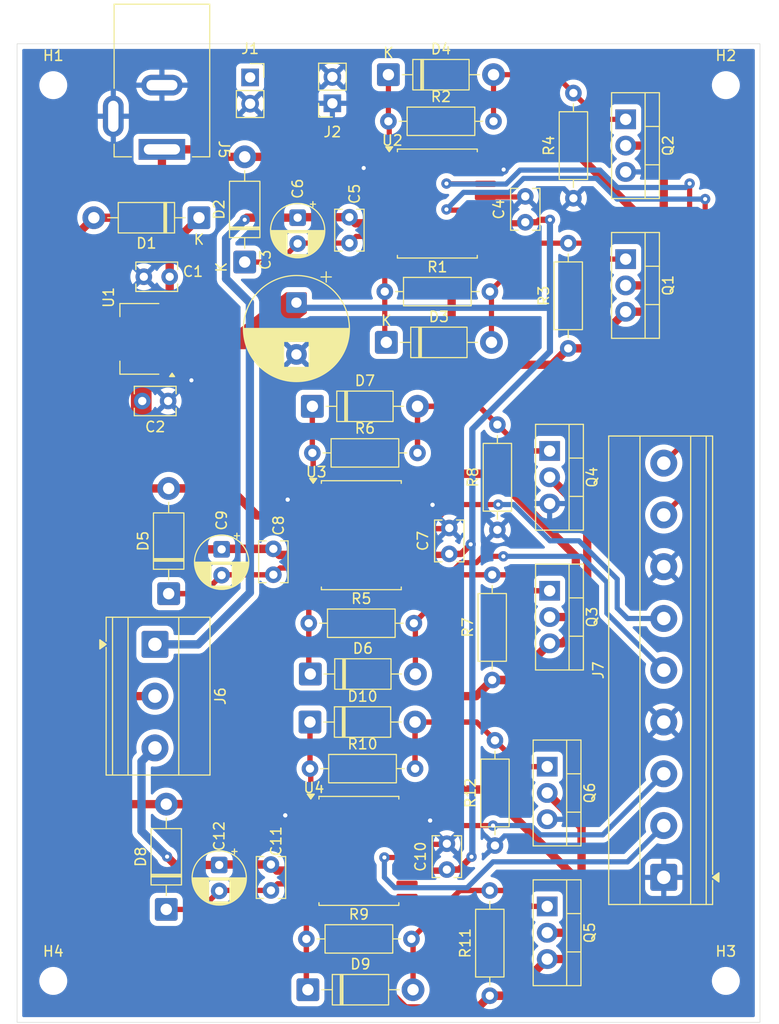
<source format=kicad_pcb>
(kicad_pcb (version 20241229) (generator "pcbnew") (generator_version "9.0")
  (layers (0 "F.Cu" signal) (2 "B.Cu" signal) (13 "F.Paste" user) (15 "B.Paste" user) (5 "F.SilkS" user "F.Silkscreen") (7 "B.SilkS" user "B.Silkscreen") (1 "F.Mask" user) (3 "B.Mask" user) (25 "Edge.Cuts" user))
  (net 0 "")
  (net 1 "Net-(D1-K)")
  (net 2 "GND")
  (net 3 "+3.3V")
  (net 4 "/Phase1/OUT1")
  (net 5 "Net-(D2-K)")
  (net 6 "Net-(D5-K)")
  (net 7 "/Phase2/OUT1")
  (net 8 "/Phase3/OUT1")
  (net 9 "Net-(D8-K)")
  (net 10 "+12V")
  (net 11 "Net-(D3-K)")
  (net 12 "Net-(D3-A)")
  (net 13 "Net-(D4-K)")
  (net 14 "Net-(D4-A)")
  (net 15 "Net-(D6-A)")
  (net 16 "Net-(D6-K)")
  (net 17 "Net-(D7-K)")
  (net 18 "Net-(D7-A)")
  (net 19 "Net-(D9-A)")
  (net 20 "Net-(D9-K)")
  (net 21 "Net-(D10-A)")
  (net 22 "Net-(D10-K)")
  (net 23 "/Phase1/LIN1")
  (net 24 "/Phase2/HIN1")
  (net 25 "/Phase3/LIN1")
  (net 26 "/Phase2/LIN1")
  (net 27 "/Phase1/HIN1")
  (net 28 "/Phase3/HIN1")
  (footprint "Diode_THT:D_DO-41_SOD81_P10.16mm_Horizontal" (layer "F.Cu") (at 137.4875 76.1875)
    (property "Reference" "D3")
    (property "Value" "1N4007")
  )
  (footprint "Capacitor_THT:CP_Radial_D10.0mm_P5.00mm" (layer "F.Cu") (at 128.8 72.35 -90)
    (property "Reference" "C3")
    (property "Value" "100uF")
  )
  (footprint "Capacitor_THT:CP_Radial_D5.0mm_P2.50mm" (layer "F.Cu") (at 121.57 96.169888 -90)
    (property "Reference" "C9")
    (property "Value" "22uF")
  )
  (footprint "Diode_THT:D_DO-41_SOD81_P10.16mm_Horizontal" (layer "F.Cu") (at 130.1075 112.85)
    (property "Reference" "D10")
    (property "Value" "1N4007")
  )
  (footprint "Capacitor_THT:C_Disc_D3.8mm_W2.6mm_P2.50mm" (layer "F.Cu") (at 143.57 96.6125 90)
    (property "Reference" "C7")
    (property "Value" "100nF")
  )
  (footprint "Capacitor_THT:C_Disc_D3.8mm_W2.6mm_P2.50mm" (layer "F.Cu") (at 143.3375 127.1 90)
    (property "Reference" "C10")
    (property "Value" "100nF")
  )
  (footprint "Diode_THT:D_DO-41_SOD81_P10.16mm_Horizontal" (layer "F.Cu") (at 129.9075 138.7)
    (property "Reference" "D9")
    (property "Value" "1N4007")
  )
  (footprint "Capacitor_THT:C_Disc_D3.8mm_W2.6mm_P2.50mm" (layer "F.Cu") (at 126.3375 126.6125 -90)
    (property "Reference" "C11")
    (property "Value" "100nF")
  )
  (footprint "Capacitor_THT:C_Disc_D3.8mm_W2.6mm_P2.50mm" (layer "F.Cu") (at 116.55 69.85 180)
    (property "Reference" "C1")
    (property "Value" "100nF")
  )
  (footprint "Resistor_THT:R_Axial_DIN0207_L6.3mm_D2.5mm_P10.16mm_Horizontal" (layer "F.Cu") (at 155.5675 62.2675 90)
    (property "Reference" "R4")
    (property "Value" "1K")
  )
  (footprint "Capacitor_THT:CP_Radial_D5.0mm_P2.50mm" (layer "F.Cu") (at 128.9175 64.144888 -90)
    (property "Reference" "C6")
    (property "Value" "22uF")
  )
  (footprint "Capacitor_THT:C_Disc_D3.8mm_W2.6mm_P2.50mm" (layer "F.Cu") (at 126.57 96.125 -90)
    (property "Reference" "C8")
    (property "Value" "100nF")
  )
  (footprint "Diode_THT:D_DO-41_SOD81_P10.16mm_Horizontal" (layer "F.Cu") (at 137.6875 50.3375)
    (property "Reference" "D4")
    (property "Value" "1N4007")
  )
  (footprint "Resistor_THT:R_Axial_DIN0207_L6.3mm_D2.5mm_P10.16mm_Horizontal" (layer "F.Cu") (at 147.72 108.7925 90)
    (property "Reference" "R7")
    (property "Value" "1K")
  )
  (footprint "TerminalBlock_Phoenix:TerminalBlock_Phoenix_MKDS-1,5-3_1x03_P5.00mm_Horizontal" (layer "F.Cu") (at 115.1275 105.35 -90)
    (property "Reference" "J6")
    (property "Value" "Screw_Terminal_01x03")
  )
  (footprint "MountingHole:MountingHole_2.2mm_M2_DIN965" (layer "F.Cu") (at 105.3 137.85)
    (property "Reference" "H4")
    (property "Value" "MountingHole")
  )
  (footprint "Capacitor_THT:C_Disc_D3.8mm_W2.6mm_P2.50mm" (layer "F.Cu") (at 150.9175 64.5875 90)
    (property "Reference" "C4")
    (property "Value" "100nF")
  )
  (footprint "MountingHole:MountingHole_2.2mm_M2_DIN965" (layer "F.Cu") (at 170.3 137.85)
    (property "Reference" "H3")
    (property "Value" "MountingHole")
  )
  (footprint "Diode_THT:D_DO-41_SOD81_P10.16mm_Horizontal" (layer "F.Cu") (at 123.8 68.43 90)
    (property "Reference" "D2")
    (property "Value" "1N4007")
  )
  (footprint "Resistor_THT:R_Axial_DIN0207_L6.3mm_D2.5mm_P10.16mm_Horizontal" (layer "F.Cu") (at 137.6875 54.8375)
    (property "Reference" "R2")
    (property "Value" "10")
  )
  (footprint "Diode_THT:D_DO-41_SOD81_P10.16mm_Horizontal" (layer "F.Cu") (at 119.38 64.15 180)
    (property "Reference" "D1")
    (property "Value" "1N4007")
  )
  (footprint "Resistor_THT:R_Axial_DIN0207_L6.3mm_D2.5mm_P10.16mm_Horizontal" (layer "F.Cu") (at 129.7575 133.795)
    (property "Reference" "R9")
    (property "Value" "10")
  )
  (footprint "Resistor_THT:R_Axial_DIN0207_L6.3mm_D2.5mm_P10.16mm_Horizontal" (layer "F.Cu") (at 130.34 86.8625)
    (property "Reference" "R6")
    (property "Value" "10")
  )
  (footprint "Diode_THT:D_DO-41_SOD81_P10.16mm_Horizontal" (layer "F.Cu") (at 116.22 130.9425 90)
    (property "Reference" "D8")
    (property "Value" "1N4007")
  )
  (footprint "Connector_PinSocket_2.54mm:PinSocket_1x02_P2.54mm_Vertical" (layer "F.Cu") (at 132.275 53.1 180)
    (property "Reference" "J2")
    (property "Value" "Conn_01x02_Pin")
  )
  (footprint "Package_TO_SOT_SMD:SOT-223-3_TabPin2" (layer "F.Cu") (at 113.65 75.85 180)
    (property "Reference" "U1")
    (property "Value" "AMS1117-3.3")
  )
  (footprint "Package_TO_SOT_THT:TO-220-3_Vertical" (layer "F.Cu") (at 160.6175 68.1475 -90)
    (property "Reference" "Q1")
    (property "Value" "IRF540N")
  )
  (footprint "Diode_THT:D_DO-41_SOD81_P10.16mm_Horizontal" (layer "F.Cu") (at 130.14 108.2125)
    (property "Reference" "D6")
    (property "Value" "1N4007")
  )
  (footprint "Capacitor_THT:C_Disc_D3.8mm_W2.6mm_P2.50mm" (layer "F.Cu") (at 113.9 81.85)
    (property "Reference" "C2")
    (property "Value" "100nF")
  )
  (footprint "Package_SO:SOIC-16W_7.5x10.3mm_P1.27mm" (layer "F.Cu") (at 134.8375 125.295)
    (property "Reference" "U4")
    (property "Value" "IR2110S")
  )
  (footprint "Package_SO:SOIC-16W_7.5x10.3mm_P1.27mm" (layer "F.Cu") (at 135.07 94.8075)
    (property "Reference" "U3")
    (property "Value" "IR2110S")
  )
  (footprint "MountingHole:MountingHole_2.2mm_M2_DIN965" (layer "F.Cu") (at 170.3 51.35)
    (property "Reference" "H2")
    (property "Value" "MountingHole")
  )
  (footprint "Resistor_THT:R_Axial_DIN0207_L6.3mm_D2.5mm_P10.16mm_Horizontal" (layer "F.Cu") (at 147.9875 124.78 90)
    (property "Reference" "R12")
    (property "Value" "1K")
  )
  (footprint "Resistor_THT:R_Axial_DIN0207_L6.3mm_D2.5mm_P10.16mm_Horizontal" (layer "F.Cu") (at 147.4875 139.28 90)
    (property "Reference" "R11")
    (property "Value" "1K")
  )
  (footprint "Package_TO_SOT_THT:TO-220-3_Vertical" (layer "F.Cu") (at 153.0375 130.66 -90)
    (property "Reference" "Q5")
    (property "Value" "IRF540N")
  )
  (footprint "Capacitor_THT:C_Disc_D3.8mm_W2.6mm_P2.50mm" (layer "F.Cu") (at 133.9175 64.1 -90)
    (property "Reference" "C5")
    (property "Value" "100nF")
  )
  (footprint "Resistor_THT:R_Axial_DIN0207_L6.3mm_D2.5mm_P10.16mm_Horizontal" (layer "F.Cu") (at 137.3375 71.2825)
    (property "Reference" "R1")
    (property "Value" "10")
  )
  (footprint "Package_TO_SOT_THT:TO-220-3_Vertical" (layer "F.Cu") (at 153.0375 117.16 -90)
    (property "Reference" "Q6")
    (property "Value" "IRF540N")
  )
  (footprint "Capacitor_THT:CP_Radial_D5.0mm_P2.50mm" (layer "F.Cu") (at 121.3375 126.657388 -90)
    (property "Reference" "C12")
    (property "Value" "22uF")
  )
  (footprint "Resistor_THT:R_Axial_DIN0207_L6.3mm_D2.5mm_P10.16mm_Horizontal" (layer "F.Cu") (at 130.1075 117.35)
    (property "Reference" "R10")
    (property "Value" "10")
  )
  (footprint "TerminalBlock_Phoenix:TerminalBlock_Phoenix_MKDS-1,5-9_1x09_P5.00mm_Horizontal" (layer "F.Cu") (at 164.3 127.85 90)
    (property "Reference" "J7")
    (property "Value" "Screw_Terminal_01x09")
  )
  (footprint "Diode_THT:D_DO-41_SOD81_P10.16mm_Horizontal" (layer "F.Cu") (at 130.34 82.3625)
    (property "Reference" "D7")
    (property "Value" "1N4007")
  )
  (footprint "MountingHole:MountingHole_2.2mm_M2_DIN965" (layer "F.Cu") (at 105.3 51.35)
    (property "Reference" "H1")
    (property "Value" "MountingHole")
  )
  (footprint "Connector_BarrelJack:BarrelJack_Kycon_KLDX-0202-xC_Horizontal" (layer "F.Cu") (at 115.8 57.55 -90)
    (property "Reference" "J5")
    (property "Value" "Barrel_Jack_Switch")
  )
  (footprint "Resistor_THT:R_Axial_DIN0207_L6.3mm_D2.5mm_P10.16mm_Horizontal" (layer "F.Cu") (at 155.0675 76.7675 90)
    (property "Reference" "R3")
    (property "Value" "1K")
  )
  (footprint "Resistor_THT:R_Axial_DIN0207_L6.3mm_D2.5mm_P10.16mm_Horizontal" (layer "F.Cu") (at 129.99 103.3075)
    (property "Reference" "R5")
    (property "Value" "10")
  )
  (footprint "Package_TO_SOT_THT:TO-220-3_Vertical" (layer "F.Cu") (at 153.27 86.6725 -90)
    (property "Reference" "Q4")
    (property "Value" "IRF540N")
  )
  (footprint "Diode_THT:D_DO-41_SOD81_P10.16mm_Horizontal" (layer "F.Cu") (at 116.4525 100.455 90)
    (property "Reference" "D5")
    (property "Value" "1N4007")
  )
  (footprint "Connector_PinSocket_2.54mm:PinSocket_1x02_P2.54mm_Vertical" (layer "F.Cu") (at 124.325 50.6)
    (property "Reference" "J1")
    (property "Value" "Conn_01x02_Pin")
  )
  (footprint "Package_TO_SOT_THT:TO-220-3_Vertical" (layer "F.Cu") (at 153.27 100.1725 -90)
    (property "Reference" "Q3")
    (property "Value" "IRF540N")
  )
  (footprint "Resistor_THT:R_Axial_DIN0207_L6.3mm_D2.5mm_P10.16mm_Horizontal" (layer "F.Cu") (at 148.22 94.2925 90)
    (property "Reference" "R8")
    (property "Value" "1K")
  )
  (footprint "Package_SO:SOIC-16W_7.5x10.3mm_P1.27mm" (layer "F.Cu") (at 142.4175 62.7825)
    (property "Reference" "U2")
    (property "Value" "IR2110S")
  )
  (footprint "Package_TO_SOT_THT:TO-220-3_Vertical" (layer "F.Cu") (at 160.6175 54.6475 -90)
    (property "Reference" "Q2")
    (property "Value" "IRF540N")
  )
  (gr_rect (start 101.8 47.35) (end 173.6 141.85) (stroke (width 0.05)) (fill no) (layer "Edge.Cuts"))
  (segment (start 116.55 73.3) (end 116.8 73.55) (width 0.8) (layer "F.Cu") (net 1))
  (segment (start 116.55 66.98) (end 116.55 69.85) (width 0.8) (layer "F.Cu") (net 1))
  (segment (start 116.55 69.85) (end 116.55 73.3) (width 0.8) (layer "F.Cu") (net 1))
  (segment (start 119.38 64.15) (end 116.55 66.98) (width 0.8) (layer "F.Cu") (net 1))
  (segment (start 139.72 91.6325) (end 141.71 91.6325) (width 0.5) (layer "F.Cu") (net 2))
  (segment (start 141.4775 122.12) (end 141.72 122.3625) (width 0.5) (layer "F.Cu") (net 2))
  (segment (start 139.4875 122.12) (end 141.4775 122.12) (width 0.5) (layer "F.Cu") (net 2))
  (segment (start 147.0675 62.1475) (end 150.8575 62.1475) (width 0.5) (layer "F.Cu") (net 2))
  (segment (start 139.4875 122.12) (end 141.4775 122.12) (width 0.5) (layer "F.Cu") (net 2))
  (segment (start 130.1875 122.12) (end 127.9775 122.12) (width 0.5) (layer "F.Cu") (net 2))
  (segment (start 141.71 91.6325) (end 141.9525 91.875) (width 0.5) (layer "F.Cu") (net 2))
  (segment (start 139.4875 124.66) (end 143.2775 124.66) (width 0.5) (layer "F.Cu") (net 2))
  (segment (start 143.2775 124.66) (end 143.3375 124.6) (width 0.5) (layer "F.Cu") (net 2))
  (segment (start 143.2775 124.66) (end 143.3375 124.6) (width 0.5) (layer "F.Cu") (net 2))
  (segment (start 135.5575 59.6075) (end 135.3 59.35) (width 0.5) (layer "F.Cu") (net 2))
  (segment (start 141.71 91.6325) (end 141.9525 91.875) (width 0.5) (layer "F.Cu") (net 2))
  (segment (start 139.72 94.1725) (end 143.51 94.1725) (width 0.5) (layer "F.Cu") (net 2))
  (segment (start 130.1875 122.12) (end 127.9775 122.12) (width 0.5) (layer "F.Cu") (net 2))
  (segment (start 139.4875 124.66) (end 143.2775 124.66) (width 0.5) (layer "F.Cu") (net 2))
  (segment (start 130.1875 122.12) (end 127.9775 122.12) (width 0.5) (layer "F.Cu") (net 2))
  (segment (start 128.21 91.6325) (end 127.9525 91.375) (width 0.5) (layer "F.Cu") (net 2))
  (segment (start 143.51 94.1725) (end 143.57 94.1125) (width 0.5) (layer "F.Cu") (net 2))
  (segment (start 116.95 78.15) (end 118.65 79.85) (width 0.8) (layer "F.Cu") (net 2))
  (segment (start 130.42 91.6325) (end 128.21 91.6325) (width 0.5) (layer "F.Cu") (net 2))
  (segment (start 116.8 78.15) (end 116.95 78.15) (width 0.8) (layer "F.Cu") (net 2))
  (segment (start 130.42 91.6325) (end 128.21 91.6325) (width 0.5) (layer "F.Cu") (net 2))
  (segment (start 143.2775 124.66) (end 143.3375 124.6) (width 0.5) (layer "F.Cu") (net 2))
  (segment (start 139.4875 124.66) (end 143.2775 124.66) (width 0.5) (layer "F.Cu") (net 2))
  (segment (start 130.42 91.6325) (end 128.21 91.6325) (width 0.5) (layer "F.Cu") (net 2))
  (segment (start 128.21 91.6325) (end 127.9525 91.375) (width 0.5) (layer "F.Cu") (net 2))
  (segment (start 139.72 91.6325) (end 141.71 91.6325) (width 0.5) (layer "F.Cu") (net 2))
  (segment (start 150.8575 62.1475) (end 150.9175 62.0875) (width 0.5) (layer "F.Cu") (net 2))
  (segment (start 139.72 94.1725) (end 143.51 94.1725) (width 0.5) (layer "F.Cu") (net 2))
  (segment (start 139.72 94.1725) (end 143.51 94.1725) (width 0.5) (layer "F.Cu") (net 2))
  (segment (start 137.7675 59.6075) (end 135.5575 59.6075) (width 0.5) (layer "F.Cu") (net 2))
  (segment (start 141.4775 122.12) (end 141.72 122.3625) (width 0.5) (layer "F.Cu") (net 2))
  (segment (start 147.0675 59.6075) (end 148.717313 59.6075) (width 0.5) (layer "F.Cu") (net 2))
  (segment (start 139.4875 122.12) (end 141.4775 122.12) (width 0.5) (layer "F.Cu") (net 2))
  (segment (start 143.51 94.1725) (end 143.57 94.1125) (width 0.5) (layer "F.Cu") (net 2))
  (segment (start 148.717313 59.6075) (end 148.824813 59.5) (width 0.5) (layer "F.Cu") (net 2))
  (segment (start 127.9775 122.12) (end 127.72 121.8625) (width 0.5) (layer "F.Cu") (net 2))
  (segment (start 139.72 91.6325) (end 141.71 91.6325) (width 0.5) (layer "F.Cu") (net 2))
  (segment (start 141.71 91.6325) (end 141.9525 91.875) (width 0.5) (layer "F.Cu") (net 2))
  (segment (start 127.9775 122.12) (end 127.72 121.8625) (width 0.5) (layer "F.Cu") (net 2))
  (segment (start 141.4775 122.12) (end 141.72 122.3625) (width 0.5) (layer "F.Cu") (net 2))
  (segment (start 143.51 94.1725) (end 143.57 94.1125) (width 0.5) (layer "F.Cu") (net 2))
  (segment (start 128.21 91.6325) (end 127.9525 91.375) (width 0.5) (layer "F.Cu") (net 2))
  (segment (start 127.9775 122.12) (end 127.72 121.8625) (width 0.5) (layer "F.Cu") (net 2))
  (via (at 127.72 121.8625) (size 1) (drill 0.4) (layers "F.Cu" "B.Cu") (net 2))
  (via (at 118.65 79.85) (size 1) (drill 0.4) (layers "F.Cu" "B.Cu") (net 2))
  (via (at 141.9525 91.875) (size 1) (drill 0.4) (layers "F.Cu" "B.Cu") (net 2))
  (via (at 127.72 121.8625) (size 1) (drill 0.4) (layers "F.Cu" "B.Cu") (net 2))
  (via (at 141.72 122.3625) (size 1) (drill 0.4) (layers "F.Cu" "B.Cu") (net 2))
  (via (at 127.72 121.8625) (size 1) (drill 0.4) (layers "F.Cu" "B.Cu") (net 2))
  (via (at 141.9525 91.875) (size 1) (drill 0.4) (layers "F.Cu" "B.Cu") (net 2))
  (via (at 141.72 122.3625) (size 1) (drill 0.4) (layers "F.Cu" "B.Cu") (net 2))
  (via (at 141.72 122.3625) (size 1) (drill 0.4) (layers "F.Cu" "B.Cu") (net 2))
  (via (at 127.9525 91.375) (size 1) (drill 0.4) (layers "F.Cu" "B.Cu") (net 2))
  (via (at 127.9525 91.375) (size 1) (drill 0.4) (layers "F.Cu" "B.Cu") (net 2))
  (via (at 148.824813 59.5) (size 1) (drill 0.4) (layers "F.Cu" "B.Cu") (net 2))
  (via (at 135.3 59.35) (size 1) (drill 0.4) (layers "F.Cu" "B.Cu") (net 2))
  (via (at 127.9525 91.375) (size 1) (drill 0.4) (layers "F.Cu" "B.Cu") (net 2))
  (via (at 141.9525 91.875) (size 1) (drill 0.4) (layers "F.Cu" "B.Cu") (net 2))
  (segment (start 143.2375 127.2) (end 143.3375 127.1) (width 0.6) (layer "F.Cu") (net 3))
  (segment (start 143.57 96.6125) (end 144.715 96.6125) (width 0.6) (layer "F.Cu") (net 3))
  (segment (start 145.63875 95.68875) (end 144.715 96.6125) (width 0.6) (layer "F.Cu") (net 3))
  (segment (start 143.47 96.7125) (end 143.57 96.6125) (width 0.6) (layer "F.Cu") (net 3))
  (segment (start 143.2375 127.2) (end 143.3375 127.1) (width 0.6) (layer "F.Cu") (net 3))
  (segment (start 143.57 96.6125) (end 144.715 96.6125) (width 0.6) (layer "F.Cu") (net 3))
  (segment (start 139.72 96.7125) (end 143.47 96.7125) (width 0.6) (layer "F.Cu") (net 3))
  (segment (start 139.72 96.7125) (end 143.47 96.7125) (width 0.6) (layer "F.Cu") (net 3))
  (segment (start 152.3 64.35) (end 152.0625 64.5875) (width 0.6) (layer "F.Cu") (net 3))
  (segment (start 143.57 96.6125) (end 144.715 96.6125) (width 0.6) (layer "F.Cu") (net 3))
  (segment (start 139.4875 127.2) (end 143.2375 127.2) (width 0.6) (layer "F.Cu") (net 3))
  (segment (start 152.0625 64.5875) (end 150.9175 64.5875) (width 0.6) (layer "F.Cu") (net 3))
  (segment (start 143.3375 127.1) (end 144.4825 127.1) (width 0.6) (layer "F.Cu") (net 3))
  (segment (start 147.0675 64.6875) (end 150.8175 64.6875) (width 0.6) (layer "F.Cu") (net 3))
  (segment (start 150.8175 64.6875) (end 150.9175 64.5875) (width 0.6) (layer "F.Cu") (net 3))
  (segment (start 143.3375 127.1) (end 144.4825 127.1) (width 0.6) (layer "F.Cu") (net 3))
  (segment (start 144.4825 127.1) (end 145.72 125.8625) (width 0.6) (layer "F.Cu") (net 3))
  (segment (start 139.4875 127.2) (end 143.2375 127.2) (width 0.6) (layer "F.Cu") (net 3))
  (segment (start 143.3375 127.1) (end 144.4825 127.1) (width 0.6) (layer "F.Cu") (net 3))
  (segment (start 153.3 64.35) (end 152.3 64.35) (width 0.6) (layer "F.Cu") (net 3))
  (segment (start 139.72 96.7125) (end 143.47 96.7125) (width 0.6) (layer "F.Cu") (net 3))
  (segment (start 139.4875 127.2) (end 143.2375 127.2) (width 0.6) (layer "F.Cu") (net 3))
  (segment (start 144.4825 127.1) (end 145.72 125.8625) (width 0.6) (layer "F.Cu") (net 3))
  (segment (start 143.47 96.7125) (end 143.57 96.6125) (width 0.6) (layer "F.Cu") (net 3))
  (segment (start 143.2375 127.2) (end 143.3375 127.1) (width 0.6) (layer "F.Cu") (net 3))
  (segment (start 144.4825 127.1) (end 145.72 125.8625) (width 0.6) (layer "F.Cu") (net 3))
  (segment (start 143.47 96.7125) (end 143.57 96.6125) (width 0.6) (layer "F.Cu") (net 3))
  (via (at 145.63875 95.68875) (size 1) (drill 0.4) (layers "F.Cu" "B.Cu") (net 3))
  (via (at 145.72 125.8625) (size 1) (drill 0.4) (layers "F.Cu" "B.Cu") (net 3))
  (via (at 153.3 64.35) (size 1) (drill 0.4) (layers "F.Cu" "B.Cu") (net 3))
  (segment (start 129.3 72.85) (end 128.8 72.35) (width 0.6) (layer "B.Cu") (net 3))
  (segment (start 145.8 95.85) (end 145.63875 95.68875) (width 0.6) (layer "B.Cu") (net 3))
  (segment (start 145.8 95.5275) (end 145.63875 95.68875) (width 0.6) (layer "B.Cu") (net 3))
  (segment (start 153.3 72.85) (end 153.3 77.071186) (width 0.6) (layer "B.Cu") (net 3))
  (segment (start 153.3 72.85) (end 129.3 72.85) (width 0.6) (layer "B.Cu") (net 3))
  (segment (start 153.3 77.071186) (end 145.8 84.571186) (width 0.6) (layer "B.Cu") (net 3))
  (segment (start 153.3 64.35) (end 153.3 72.85) (width 0.6) (layer "B.Cu") (net 3))
  (segment (start 145.72 125.8625) (end 145.8 125.7825) (width 0.6) (layer "B.Cu") (net 3))
  (segment (start 145.8 84.571186) (end 145.8 95.5275) (width 0.6) (layer "B.Cu") (net 3))
  (segment (start 145.8 125.7825) (end 145.8 95.85) (width 0.6) (layer "B.Cu") (net 3))
  (segment (start 164.401 70.643549) (end 164.401 64.89395) (width 0.8) (layer "F.Cu") (net 4))
  (segment (start 133.9175 64.1) (end 128.962388 64.1) (width 0.8) (layer "F.Cu") (net 4))
  (segment (start 163.1375 57.1875) (end 160.6175 57.1875) (width 0.8) (layer "F.Cu") (net 4))
  (segment (start 143.8 77.35) (end 144.8 78.35) (width 0.8) (layer "F.Cu") (net 4))
  (segment (start 155.0675 76.7675) (end 157.0775 76.7675) (width 0.8) (layer "F.Cu") (net 4))
  (segment (start 137.7675 64.6875) (end 140.6375 64.6875) (width 0.8) (layer "F.Cu") (net 4))
  (segment (start 164.401 64.89395) (end 164.3 64.79295) (width 0.8) (layer "F.Cu") (net 4))
  (segment (start 164.3 71.25) (end 164.3 70.744549) (width 0.8) (layer "F.Cu") (net 4))
  (segment (start 143.8 67.85) (end 143.8 77.35) (width 0.8) (layer "F.Cu") (net 4))
  (segment (start 164.3 70.744549) (end 164.401 70.643549) (width 0.8) (layer "F.Cu") (net 4))
  (segment (start 137.7675 64.6875) (end 134.505 64.6875) (width 0.8) (layer "F.Cu") (net 4))
  (segment (start 124.005112 64.144888) (end 123.8 64.35) (width 0.8) (layer "F.Cu") (net 4))
  (segment (start 134.505 64.6875) (end 133.9175 64.1) (width 0.8) (layer "F.Cu") (net 4))
  (segment (start 160.6175 73.2275) (end 162.3225 73.2275) (width 0.8) (layer "F.Cu") (net 4))
  (segment (start 164.3 64.79295) (end 164.3 58.35) (width 0.8) (layer "F.Cu") (net 4))
  (segment (start 164.3 58.35) (end 163.1375 57.1875) (width 0.8) (layer "F.Cu") (net 4))
  (segment (start 157.0775 76.7675) (end 160.6175 73.2275) (width 0.8) (layer "F.Cu") (net 4))
  (segment (start 140.6375 64.6875) (end 143.8 67.85) (width 0.8) (layer "F.Cu") (net 4))
  (segment (start 144.8 78.35) (end 153.485 78.35) (width 0.8) (layer "F.Cu") (net 4))
  (segment (start 162.3225 73.2275) (end 164.3 71.25) (width 0.8) (layer "F.Cu") (net 4))
  (segment (start 153.485 78.35) (end 155.0675 76.7675) (width 0.8) (layer "F.Cu") (net 4))
  (segment (start 128.9175 64.144888) (end 124.005112 64.144888) (width 0.8) (layer "F.Cu") (net 4))
  (segment (start 128.962388 64.1) (end 128.9175 64.144888) (width 0.8) (layer "F.Cu") (net 4))
  (via (at 123.8 64.35) (size 1) (drill 0.4) (layers "F.Cu" "B.Cu") (net 4))
  (segment (start 123.8 100.85) (end 119.3 105.35) (width 0.8) (layer "B.Cu") (net 4))
  (segment (start 123.8 64.35) (end 121.999 66.151) (width 0.8) (layer "B.Cu") (net 4))
  (segment (start 121.999 66.151) (end 121.999 70.049) (width 0.8) (layer "B.Cu") (net 4))
  (segment (start 119.3 105.35) (end 115.1275 105.35) (width 0.8) (layer "B.Cu") (net 4))
  (segment (start 124.3 100.35) (end 123.8 100.85) (width 0.8) (layer "B.Cu") (net 4))
  (segment (start 121.999 70.049) (end 124.3 72.35) (width 0.8) (layer "B.Cu") (net 4))
  (segment (start 124.3 72.35) (end 124.3 100.35) (width 0.8) (layer "B.Cu") (net 4))
  (segment (start 128.962388 66.6) (end 128.9175 66.644888) (width 0.5) (layer "F.Cu") (net 5))
  (segment (start 127.132388 68.43) (end 128.9175 66.644888) (width 0.5) (layer "F.Cu") (net 5))
  (segment (start 123.8 68.43) (end 127.132388 68.43) (width 0.5) (layer "F.Cu") (net 5))
  (segment (start 137.7675 65.9575) (end 134.56 65.9575) (width 0.5) (layer "F.Cu") (net 5))
  (segment (start 134.56 65.9575) (end 133.9175 66.6) (width 0.5) (layer "F.Cu") (net 5))
  (segment (start 133.9175 66.6) (end 128.962388 66.6) (width 0.5) (layer "F.Cu") (net 5))
  (segment (start 130.42 97.9825) (end 127.2125 97.9825) (width 0.5) (layer "F.Cu") (net 6))
  (segment (start 116.4525 100.455) (end 119.784888 100.455) (width 0.5) (layer "F.Cu") (net 6))
  (segment (start 119.784888 100.455) (end 121.57 98.669888) (width 0.5) (layer "F.Cu") (net 6))
  (segment (start 126.57 98.625) (end 121.614888 98.625) (width 0.5) (layer "F.Cu") (net 6))
  (segment (start 126.57 98.625) (end 121.614888 98.625) (width 0.5) (layer "F.Cu") (net 6))
  (segment (start 121.614888 98.625) (end 121.57 98.669888) (width 0.5) (layer "F.Cu") (net 6))
  (segment (start 126.57 98.625) (end 121.614888 98.625) (width 0.5) (layer "F.Cu") (net 6))
  (segment (start 127.2125 97.9825) (end 126.57 98.625) (width 0.5) (layer "F.Cu") (net 6))
  (segment (start 121.614888 98.625) (end 121.57 98.669888) (width 0.5) (layer "F.Cu") (net 6))
  (segment (start 116.4525 100.455) (end 119.784888 100.455) (width 0.5) (layer "F.Cu") (net 6))
  (segment (start 127.2125 97.9825) (end 126.57 98.625) (width 0.5) (layer "F.Cu") (net 6))
  (segment (start 130.42 97.9825) (end 127.2125 97.9825) (width 0.5) (layer "F.Cu") (net 6))
  (segment (start 119.784888 100.455) (end 121.57 98.669888) (width 0.5) (layer "F.Cu") (net 6))
  (segment (start 121.614888 98.625) (end 121.57 98.669888) (width 0.5) (layer "F.Cu") (net 6))
  (segment (start 116.4525 100.455) (end 119.784888 100.455) (width 0.5) (layer "F.Cu") (net 6))
  (segment (start 130.42 97.9825) (end 127.2125 97.9825) (width 0.5) (layer "F.Cu") (net 6))
  (segment (start 127.2125 97.9825) (end 126.57 98.625) (width 0.5) (layer "F.Cu") (net 6))
  (segment (start 119.784888 100.455) (end 121.57 98.669888) (width 0.5) (layer "F.Cu") (net 6))
  (segment (start 146.499 110.0135) (end 147.72 108.7925) (width 0.8) (layer "F.Cu") (net 7))
  (segment (start 133.29 96.7125) (end 135.9525 99.375) (width 0.8) (layer "F.Cu") (net 7))
  (segment (start 111.3 99.35) (end 111.3 108.85) (width 0.8) (layer "F.Cu") (net 7))
  (segment (start 130.42 96.7125) (end 127.1575 96.7125) (width 0.8) (layer "F.Cu") (net 7))
  (segment (start 121.614888 96.125) (end 121.57 96.169888) (width 0.8) (layer "F.Cu") (net 7))
  (segment (start 126.57 96.125) (end 121.614888 96.125) (width 0.8) (layer "F.Cu") (net 7))
  (segment (start 126.57 96.125) (end 121.614888 96.125) (width 0.8) (layer "F.Cu") (net 7))
  (segment (start 147.72 108.7925) (end 149.73 108.7925) (width 0.8) (layer "F.Cu") (net 7))
  (segment (start 130.42 96.7125) (end 127.1575 96.7125) (width 0.8) (layer "F.Cu") (net 7))
  (segment (start 147.72 108.7925) (end 149.73 108.7925) (width 0.8) (layer "F.Cu") (net 7))
  (segment (start 138.4525 110.35) (end 146.1625 110.35) (width 0.8) (layer "F.Cu") (net 7))
  (segment (start 149.73 108.7925) (end 153.27 105.2525) (width 0.8) (layer "F.Cu") (net 7))
  (segment (start 114.480112 96.169888) (end 111.3 99.35) (width 0.8) (layer "F.Cu") (net 7))
  (segment (start 135.9525 102.85) (end 135.9525 104.375) (width 0.8) (layer "F.Cu") (net 7))
  (segment (start 135.9525 99.375) (end 135.9525 104.375) (width 0.8) (layer "F.Cu") (net 7))
  (segment (start 127.1575 96.7125) (end 126.57 96.125) (width 0.8) (layer "F.Cu") (net 7))
  (segment (start 126.57 96.125) (end 121.614888 96.125) (width 0.8) (layer "F.Cu") (net 7))
  (segment (start 130.42 96.7125) (end 133.29 96.7125) (width 0.8) (layer "F.Cu") (net 7))
  (segment (start 133.29 96.7125) (end 135.9525 99.375) (width 0.8) (layer "F.Cu") (net 7))
  (segment (start 147.72 108.7925) (end 149.73 108.7925) (width 0.8) (layer "F.Cu") (net 7))
  (segment (start 149.73 108.7925) (end 153.27 105.2525) (width 0.8) (layer "F.Cu") (net 7))
  (segment (start 153.27 105.2525) (end 154.469549 105.2525) (width 0.8) (layer "F.Cu") (net 7))
  (segment (start 135.9525 107.85) (end 138.4525 110.35) (width 0.8) (layer "F.Cu") (net 7))
  (segment (start 111.3 108.85) (end 112.8 110.35) (width 0.8) (layer "F.Cu") (net 7))
  (segment (start 146.1625 110.35) (end 147.72 108.7925) (width 0.8) (layer "F.Cu") (net 7))
  (segment (start 149.73 108.7925) (end 153.27 105.2525) (width 0.8) (layer "F.Cu") (net 7))
  (segment (start 130.42 96.7125) (end 133.29 96.7125) (width 0.8) (layer "F.Cu") (net 7))
  (segment (start 130.42 96.7125) (end 127.1575 96.7125) (width 0.8) (layer "F.Cu") (net 7))
  (segment (start 156.901 92.8435) (end 153.27 89.2125) (width 0.8) (layer "F.Cu") (net 7))
  (segment (start 130.42 96.7125) (end 133.29 96.7125) (width 0.8) (layer "F.Cu") (net 7))
  (segment (start 127.1575 96.7125) (end 126.57 96.125) (width 0.8) (layer "F.Cu") (net 7))
  (segment (start 121.57 96.169888) (end 114.480112 96.169888) (width 0.8) (layer "F.Cu") (net 7))
  (segment (start 154.469549 105.2525) (end 156.901 102.82105) (width 0.8) (layer "F.Cu") (net 7))
  (segment (start 135.9525 99.375) (end 135.9525 102.85) (width 0.8) (layer "F.Cu") (net 7))
  (segment (start 135.9525 99.375) (end 135.9525 104.375) (width 0.8) (layer "F.Cu") (net 7))
  (segment (start 133.29 96.7125) (end 135.9525 99.375) (width 0.8) (layer "F.Cu") (net 7))
  (segment (start 156.901 102.82105) (end 156.901 92.8435) (width 0.8) (layer "F.Cu") (net 7))
  (segment (start 121.614888 96.125) (end 121.57 96.169888) (width 0.8) (layer "F.Cu") (net 7))
  (segment (start 121.614888 96.125) (end 121.57 96.169888) (width 0.8) (layer "F.Cu") (net 7))
  (segment (start 127.1575 96.7125) (end 126.57 96.125) (width 0.8) (layer "F.Cu") (net 7))
  (segment (start 135.9525 102.85) (end 135.9525 107.85) (width 0.8) (layer "F.Cu") (net 7))
  (segment (start 112.8 110.35) (end 115.1275 110.35) (width 0.8) (layer "F.Cu") (net 7))
  (segment (start 121.382388 126.6125) (end 121.3375 126.657388) (width 0.8) (layer "F.Cu") (net 8))
  (segment (start 147.4875 139.28) (end 149.4975 139.28) (width 0.8) (layer "F.Cu") (net 8))
  (segment (start 147.4875 139.28) (end 149.4975 139.28) (width 0.8) (layer "F.Cu") (net 8))
  (segment (start 135.72 129.8625) (end 135.72 134.8625) (width 0.8) (layer "F.Cu") (net 8))
  (segment (start 130.1875 127.2) (end 126.925 127.2) (width 0.8) (layer "F.Cu") (net 8))
  (segment (start 130.1875 127.2) (end 126.925 127.2) (width 0.8) (layer "F.Cu") (net 8))
  (segment (start 133.0575 127.2) (end 135.72 129.8625) (width 0.8) (layer "F.Cu") (net 8))
  (segment (start 135.72 136.899499) (end 139.321501 140.501) (width 0.8) (layer "F.Cu") (net 8))
  (segment (start 126.3375 126.6125) (end 121.382388 126.6125) (width 0.8) (layer "F.Cu") (net 8))
  (segment (start 130.1875 127.2) (end 133.0575 127.2) (width 0.8) (layer "F.Cu") (net 8))
  (segment (start 133.0575 127.2) (end 135.72 129.8625) (width 0.8) (layer "F.Cu") (net 8))
  (segment (start 126.3375 126.6125) (end 121.382388 126.6125) (width 0.8) (layer "F.Cu") (net 8))
  (segment (start 146.2665 140.501) (end 147.4875 139.28) (width 0.8) (layer "F.Cu") (net 8))
  (segment (start 156.3 134.1825) (end 156.3 133.199549) (width 0.8) (layer "F.Cu") (net 8))
  (segment (start 147.4875 139.28) (end 149.4975 139.28) (width 0.8) (layer "F.Cu") (net 8))
  (segment (start 149.4975 139.28) (end 153.0375 135.74) (width 0.8) (layer "F.Cu") (net 8))
  (segment (start 121.382388 126.6125) (end 121.3375 126.657388) (width 0.8) (layer "F.Cu") (net 8))
  (segment (start 135.72 129.8625) (end 135.72 134.85) (width 0.8) (layer "F.Cu") (net 8))
  (segment (start 153.0375 135.74) (end 154.7425 135.74) (width 0.8) (layer "F.Cu") (net 8))
  (segment (start 135.72 134.85) (end 135.72 136.899499) (width 0.8) (layer "F.Cu") (net 8))
  (segment (start 130.1875 127.2) (end 126.925 127.2) (width 0.8) (layer "F.Cu") (net 8))
  (segment (start 133.0575 127.2) (end 135.72 129.8625) (width 0.8) (layer "F.Cu") (net 8))
  (segment (start 135.72 134.85) (end 135.72 134.8625) (width 0.8) (layer "F.Cu") (net 8))
  (segment (start 130.1875 127.2) (end 133.0575 127.2) (width 0.8) (layer "F.Cu") (net 8))
  (segment (start 121.3375 126.657388) (end 117.107388 126.657388) (width 0.8) (layer "F.Cu") (net 8))
  (segment (start 154.7425 135.74) (end 156.3 134.1825) (width 0.8) (layer "F.Cu") (net 8))
  (segment (start 156.35475 123.01725) (end 153.0375 119.7) (width 0.8) (layer "F.Cu") (net 8))
  (segment (start 126.925 127.2) (end 126.3375 126.6125) (width 0.8) (layer "F.Cu") (net 8))
  (segment (start 117.107388 126.657388) (end 116.3 125.85) (width 0.8) (layer "F.Cu") (net 8))
  (segment (start 135.72 129.8625) (end 135.72 134.8625) (width 0.8) (layer "F.Cu") (net 8))
  (segment (start 149.4975 139.28) (end 153.0375 135.74) (width 0.8) (layer "F.Cu") (net 8))
  (segment (start 126.3375 126.6125) (end 121.382388 126.6125) (width 0.8) (layer "F.Cu") (net 8))
  (segment (start 139.321501 140.501) (end 146.2665 140.501) (width 0.8) (layer "F.Cu") (net 8))
  (segment (start 126.925 127.2) (end 126.3375 126.6125) (width 0.8) (layer "F.Cu") (net 8))
  (segment (start 149.4975 139.28) (end 153.0375 135.74) (width 0.8) (layer "F.Cu") (net 8))
  (segment (start 156.3 133.199549) (end 156.35475 133.144799) (width 0.8) (layer "F.Cu") (net 8))
  (segment (start 121.382388 126.6125) (end 121.3375 126.657388) (width 0.8) (layer "F.Cu") (net 8))
  (segment (start 156.35475 133.144799) (end 156.35475 123.01725) (width 0.8) (layer "F.Cu") (net 8))
  (segment (start 130.1875 127.2) (end 133.0575 127.2) (width 0.8) (layer "F.Cu") (net 8))
  (segment (start 126.925 127.2) (end 126.3375 126.6125) (width 0.8) (layer "F.Cu") (net 8))
  (via (at 116.3 125.85) (size 1) (drill 0.4) (layers "F.Cu" "B.Cu") (net 8))
  (segment (start 113.8275 123.3775) (end 113.8275 116.65) (width 0.8) (layer "B.Cu") (net 8))
  (segment (start 113.8275 116.65) (end 115.1275 115.35) (width 0.8) (layer "B.Cu") (net 8))
  (segment (start 116.3 125.85) (end 113.8275 123.3775) (width 0.8) (layer "B.Cu") (net 8))
  (segment (start 116.22 130.9425) (end 119.552388 130.9425) (width 0.5) (layer "F.Cu") (net 9))
  (segment (start 126.98 128.47) (end 126.3375 129.1125) (width 0.5) (layer "F.Cu") (net 9))
  (segment (start 130.1875 128.47) (end 126.98 128.47) (width 0.5) (layer "F.Cu") (net 9))
  (segment (start 126.3375 129.1125) (end 121.382388 129.1125) (width 0.5) (layer "F.Cu") (net 9))
  (segment (start 121.382388 129.1125) (end 121.3375 129.157388) (width 0.5) (layer "F.Cu") (net 9))
  (segment (start 130.1875 128.47) (end 126.98 128.47) (width 0.5) (layer "F.Cu") (net 9))
  (segment (start 121.382388 129.1125) (end 121.3375 129.157388) (width 0.5) (layer "F.Cu") (net 9))
  (segment (start 119.552388 130.9425) (end 121.3375 129.157388) (width 0.5) (layer "F.Cu") (net 9))
  (segment (start 121.382388 129.1125) (end 121.3375 129.157388) (width 0.5) (layer "F.Cu") (net 9))
  (segment (start 116.22 130.9425) (end 119.552388 130.9425) (width 0.5) (layer "F.Cu") (net 9))
  (segment (start 119.552388 130.9425) (end 121.3375 129.157388) (width 0.5) (layer "F.Cu") (net 9))
  (segment (start 119.552388 130.9425) (end 121.3375 129.157388) (width 0.5) (layer "F.Cu") (net 9))
  (segment (start 126.3375 129.1125) (end 121.382388 129.1125) (width 0.5) (layer "F.Cu") (net 9))
  (segment (start 126.98 128.47) (end 126.3375 129.1125) (width 0.5) (layer "F.Cu") (net 9))
  (segment (start 130.1875 128.47) (end 126.98 128.47) (width 0.5) (layer "F.Cu") (net 9))
  (segment (start 116.22 130.9425) (end 119.552388 130.9425) (width 0.5) (layer "F.Cu") (net 9))
  (segment (start 126.3375 129.1125) (end 121.382388 129.1125) (width 0.5) (layer "F.Cu") (net 9))
  (segment (start 126.98 128.47) (end 126.3375 129.1125) (width 0.5) (layer "F.Cu") (net 9))
  (segment (start 122.14 120.7825) (end 116.22 120.7825) (width 0.8) (layer "F.Cu") (net 10))
  (segment (start 124.98 92.9025) (end 122.3725 90.295) (width 0.8) (layer "F.Cu") (net 10))
  (segment (start 107.745 90.295) (end 107.3 89.85) (width 0.8) (layer "F.Cu") (net 10))
  (segment (start 130.1875 123.39) (end 124.7475 123.39) (width 0.8) (layer "F.Cu") (net 10))
  (segment (start 143.8 56.85) (end 154.8 56.85) (width 0.8) (layer "F.Cu") (net 10))
  (segment (start 163.3 70.1875) (end 162.8 70.6875) (width 0.8) (layer "F.Cu") (net 10))
  (segment (start 124.7475 123.39) (end 122.14 120.7825) (width 0.8) (layer "F.Cu") (net 10))
  (segment (start 147.4525 88.875) (end 147.825 88.875) (width 0.8) (layer "F.Cu") (net 10))
  (segment (start 132.425 92.9025) (end 136.4525 88.875) (width 0.8) (layer "F.Cu") (net 10))
  (segment (start 107.3 66.07) (end 107.3 89.85) (width 0.8) (layer "F.Cu") (net 10))
  (segment (start 129.72 58.27) (end 123.8 58.27) (width 0.8) (layer "F.Cu") (net 10))
  (segment (start 122.3725 90.295) (end 116.4525 90.295) (width 0.8) (layer "F.Cu") (net 10))
  (segment (start 107.3 89.85) (end 107.3 118.85) (width 0.8) (layer "F.Cu") (net 10))
  (segment (start 147.825 88.875) (end 155.8 96.85) (width 0.8) (layer "F.Cu") (net 10))
  (segment (start 130.1875 123.39) (end 132.1925 123.39) (width 0.8) (layer "F.Cu") (net 10))
  (segment (start 155.8 102.365) (end 155.4525 102.7125) (width 0.8) (layer "F.Cu") (net 10))
  (segment (start 124.7475 123.39) (end 122.14 120.7825) (width 0.8) (layer "F.Cu") (net 10))
  (segment (start 132.1925 123.39) (end 136.22 119.3625) (width 0.8) (layer "F.Cu") (net 10))
  (segment (start 162.8 70.6875) (end 160.6175 70.6875) (width 0.8) (layer "F.Cu") (net 10))
  (segment (start 130.1875 123.39) (end 124.7475 123.39) (width 0.8) (layer "F.Cu") (net 10))
  (segment (start 163.3 65.35) (end 163.3 70.1875) (width 0.8) (layer "F.Cu") (net 10))
  (segment (start 136.22 119.3625) (end 147.22 119.3625) (width 0.8) (layer "F.Cu") (net 10))
  (segment (start 122.14 120.7825) (end 116.22 120.7825) (width 0.8) (layer "F.Cu") (net 10))
  (segment (start 124.7475 123.39) (end 122.14 120.7825) (width 0.8) (layer "F.Cu") (net 10))
  (segment (start 139.7725 60.8775) (end 143.8 56.85) (width 0.8) (layer "F.Cu") (net 10))
  (segment (start 155.8 96.85) (end 155.8 102.365) (width 0.8) (layer "F.Cu") (net 10))
  (segment (start 130.42 92.9025) (end 124.98 92.9025) (width 0.8) (layer "F.Cu") (net 10))
  (segment (start 130.1875 123.39) (end 124.7475 123.39) (width 0.8) (layer "F.Cu") (net 10))
  (segment (start 132.3275 60.8775) (end 129.72 58.27) (width 0.8) (layer "F.Cu") (net 10))
  (segment (start 155.4525 102.7125) (end 153.27 102.7125) (width 0.8) (layer "F.Cu") (net 10))
  (segment (start 115.8 57.55) (end 115.8 60.35) (width 0.8) (layer "F.Cu") (net 10))
  (segment (start 154.7425 133.2) (end 155.25375 132.68875) (width 0.8) (layer "F.Cu") (net 10))
  (segment (start 132.1925 123.39) (end 136.22 119.3625) (width 0.8) (layer "F.Cu") (net 10))
  (segment (start 136.4525 88.875) (end 147.4525 88.875) (width 0.8) (layer "F.Cu") (net 10))
  (segment (start 122.14 120.7825) (end 116.22 120.7825) (width 0.8) (layer "F.Cu") (net 10))
  (segment (start 130.1875 123.39) (end 132.1925 123.39) (width 0.8) (layer "F.Cu") (net 10))
  (segment (start 122.3725 90.295) (end 116.4525 90.295) (width 0.8) (layer "F.Cu") (net 10))
  (segment (start 107.3 118.85) (end 109.2325 120.7825) (width 0.8) (layer "F.Cu") (net 10))
  (segment (start 155.25375 132.68875) (end 155.25375 127.39625) (width 0.8) (layer "F.Cu") (net 10))
  (segment (start 130.42 92.9025) (end 124.98 92.9025) (width 0.8) (layer "F.Cu") (net 10))
  (segment (start 130.42 92.9025) (end 132.425 92.9025) (width 0.8) (layer "F.Cu") (net 10))
  (segment (start 147.22 119.3625) (end 155.25375 127.39625) (width 0.8) (layer "F.Cu") (net 10))
  (segment (start 109.2325 120.7825) (end 116.22 120.7825) (width 0.8) (layer "F.Cu") (net 10))
  (segment (start 154.8 56.85) (end 163.3 65.35) (width 0.8) (layer "F.Cu") (net 10))
  (segment (start 136.22 119.3625) (end 147.22 119.3625) (width 0.8) (layer "F.Cu") (net 10))
  (segment (start 124.98 92.9025) (end 122.3725 90.295) (width 0.8) (layer "F.Cu") (net 10))
  (segment (start 132.425 92.9025) (end 136.4525 88.875) (width 0.8) (layer "F.Cu") (net 10))
  (segment (start 109.22 64.15) (end 107.3 66.07) (width 0.8) (layer "F.Cu") (net 10))
  (segment (start 136.4525 88.875) (end 147.4525 88.875) (width 0.8) (layer "F.Cu") (net 10))
  (segment (start 137.7675 60.8775) (end 139.7725 60.8775) (width 0.8) (layer "F.Cu") (net 10))
  (segment (start 115.8 60.35) (end 112 64.15) (width 0.8) (layer "F.Cu") (net 10))
  (segment (start 122.3725 90.295) (end 116.4525 90.295) (width 0.8) (layer "F.Cu") (net 10))
  (segment (start 153.0375 133.2) (end 154.7425 133.2) (width 0.8) (layer "F.Cu") (net 10))
  (segment (start 130.42 92.9025) (end 132.425 92.9025) (width 0.8) (layer "F.Cu") (net 10))
  (segment (start 137.7675 60.8775) (end 132.3275 60.8775) (width 0.8) (layer "F.Cu") (net 10))
  (segment (start 124.98 92.9025) (end 122.3725 90.295) (width 0.8) (layer "F.Cu") (net 10))
  (segment (start 130.42 92.9025) (end 124.98 92.9025) (width 0.8) (layer "F.Cu") (net 10))
  (segment (start 121.72 58.27) (end 121 57.55) (width 0.8) (layer "F.Cu") (net 10))
  (segment (start 116.4525 90.295) (end 107.745 90.295) (width 0.8) (layer "F.Cu") (net 10))
  (segment (start 115.8 57.55) (end 121 57.55) (width 0.8) (layer "F.Cu") (net 10))
  (segment (start 123.8 58.27) (end 121.72 58.27) (width 0.8) (layer "F.Cu") (net 10))
  (segment (start 112 64.15) (end 109.22 64.15) (width 0.8) (layer "F.Cu") (net 10))
  (segment (start 137.7675 67.2275) (end 137.7675 68.3825) (width 0.5) (layer "F.Cu") (net 11))
  (segment (start 137.7675 68.3825) (end 137.3375 68.8125) (width 0.5) (layer "F.Cu") (net 11))
  (segment (start 137.3375 76.0375) (end 137.4875 76.1875) (width 0.5) (layer "F.Cu") (net 11))
  (segment (start 137.3375 71.2825) (end 137.3375 76.0375) (width 0.5) (layer "F.Cu") (net 11))
  (segment (start 137.3375 68.8125) (end 137.3375 71.2825) (width 0.5) (layer "F.Cu") (net 11))
  (segment (start 159.0975 68.1475) (end 160.6175 68.1475) (width 0.5) (layer "F.Cu") (net 12))
  (segment (start 157.5575 66.6075) (end 159.0975 68.1475) (width 0.5) (layer "F.Cu") (net 12))
  (segment (start 147.6475 71.4325) (end 147.4975 71.2825) (width 0.5) (layer "F.Cu") (net 12))
  (segment (start 155.0675 66.6075) (end 152.1725 66.6075) (width 0.5) (layer "F.Cu") (net 12))
  (segment (start 155.0675 66.6075) (end 157.5575 66.6075) (width 0.5) (layer "F.Cu") (net 12))
  (segment (start 152.1725 66.6075) (end 147.4975 71.2825) (width 0.5) (layer "F.Cu") (net 12))
  (segment (start 147.6475 76.1875) (end 147.6475 71.4325) (width 0.5) (layer "F.Cu") (net 12))
  (segment (start 137.7675 54.9175) (end 137.6875 54.8375) (width 0.5) (layer "F.Cu") (net 13))
  (segment (start 137.7675 58.3375) (end 137.7675 54.9175) (width 0.5) (layer "F.Cu") (net 13))
  (segment (start 137.6875 50.3375) (end 137.6875 54.8375) (width 0.5) (layer "F.Cu") (net 13))
  (segment (start 158.1075 54.6475) (end 155.5675 52.1075) (width 0.5) (layer "F.Cu") (net 14))
  (segment (start 153.7975 50.3375) (end 155.5675 52.1075) (width 0.5) (layer "F.Cu") (net 14))
  (segment (start 147.8475 54.8375) (end 147.8475 50.3375) (width 0.5) (layer "F.Cu") (net 14))
  (segment (start 160.6175 54.6475) (end 158.1075 54.6475) (width 0.5) (layer "F.Cu") (net 14))
  (segment (start 147.8475 50.3375) (end 153.7975 50.3375) (width 0.5) (layer "F.Cu") (net 14))
  (segment (start 147.72 98.6325) (end 144.825 98.6325) (width 0.5) (layer "F.Cu") (net 15))
  (segment (start 140.3 108.2125) (end 140.3 103.4575) (width 0.5) (layer "F.Cu") (net 15))
  (segment (start 140.3 103.4575) (end 140.15 103.3075) (width 0.5) (layer "F.Cu") (net 15))
  (segment (start 151.75 100.1725) (end 153.27 100.1725) (width 0.5) (layer "F.Cu") (net 15))
  (segment (start 140.3 108.2125) (end 140.3 103.4575) (width 0.5) (layer "F.Cu") (net 15))
  (segment (start 147.72 98.6325) (end 144.825 98.6325) (width 0.5) (layer "F.Cu") (net 15))
  (segment (start 147.72 98.6325) (end 150.21 98.6325) (width 0.5) (layer "F.Cu") (net 15))
  (segment (start 147.72 98.6325) (end 150.21 98.6325) (width 0.5) (layer "F.Cu") (net 15))
  (segment (start 144.825 98.6325) (end 140.15 103.3075) (width 0.5) (layer "F.Cu") (net 15))
  (segment (start 147.72 98.6325) (end 144.825 98.6325) (width 0.5) (layer "F.Cu") (net 15))
  (segment (start 140.3 103.4575) (end 140.15 103.3075) (width 0.5) (layer "F.Cu") (net 15))
  (segment (start 144.825 98.6325) (end 140.15 103.3075) (width 0.5) (layer "F.Cu") (net 15))
  (segment (start 150.21 98.6325) (end 151.75 100.1725) (width 0.5) (layer "F.Cu") (net 15))
  (segment (start 151.75 100.1725) (end 153.27 100.1725) (width 0.5) (layer "F.Cu") (net 15))
  (segment (start 144.825 98.6325) (end 140.15 103.3075) (width 0.5) (layer "F.Cu") (net 15))
  (segment (start 140.3 103.4575) (end 140.15 103.3075) (width 0.5) (layer "F.Cu") (net 15))
  (segment (start 140.3 108.2125) (end 140.3 103.4575) (width 0.5) (layer "F.Cu") (net 15))
  (segment (start 151.75 100.1725) (end 153.27 100.1725) (width 0.5) (layer "F.Cu") (net 15))
  (segment (start 150.21 98.6325) (end 151.75 100.1725) (width 0.5) (layer "F.Cu") (net 15))
  (segment (start 147.72 98.6325) (end 150.21 98.6325) (width 0.5) (layer "F.Cu") (net 15))
  (segment (start 150.21 98.6325) (end 151.75 100.1725) (width 0.5) (layer "F.Cu") (net 15))
  (segment (start 129.99 108.0625) (end 130.14 108.2125) (width 0.5) (layer "F.Cu") (net 16))
  (segment (start 130.42 99.2525) (end 130.42 100.4075) (width 0.5) (layer "F.Cu") (net 16))
  (segment (start 130.42 100.4075) (end 129.99 100.8375) (width 0.5) (layer "F.Cu") (net 16))
  (segment (start 129.99 100.8375) (end 129.99 103.3075) (width 0.5) (layer "F.Cu") (net 16))
  (segment (start 129.99 103.3075) (end 129.99 108.0625) (width 0.5) (layer "F.Cu") (net 16))
  (segment (start 129.99 100.8375) (end 129.99 103.3075) (width 0.5) (layer "F.Cu") (net 16))
  (segment (start 129.99 100.8375) (end 129.99 103.3075) (width 0.5) (layer "F.Cu") (net 16))
  (segment (start 130.42 100.4075) (end 129.99 100.8375) (width 0.5) (layer "F.Cu") (net 16))
  (segment (start 129.99 103.3075) (end 129.99 108.0625) (width 0.5) (layer "F.Cu") (net 16))
  (segment (start 129.99 108.0625) (end 130.14 108.2125) (width 0.5) (layer "F.Cu") (net 16))
  (segment (start 130.42 100.4075) (end 129.99 100.8375) (width 0.5) (layer "F.Cu") (net 16))
  (segment (start 129.99 103.3075) (end 129.99 108.0625) (width 0.5) (layer "F.Cu") (net 16))
  (segment (start 129.99 108.0625) (end 130.14 108.2125) (width 0.5) (layer "F.Cu") (net 16))
  (segment (start 130.42 99.2525) (end 130.42 100.4075) (width 0.5) (layer "F.Cu") (net 16))
  (segment (start 130.42 99.2525) (end 130.42 100.4075) (width 0.5) (layer "F.Cu") (net 16))
  (segment (start 130.42 86.9425) (end 130.34 86.8625) (width 0.5) (layer "F.Cu") (net 17))
  (segment (start 130.42 90.3625) (end 130.42 86.9425) (width 0.5) (layer "F.Cu") (net 17))
  (segment (start 130.34 82.3625) (end 130.34 86.8625) (width 0.5) (layer "F.Cu") (net 17))
  (segment (start 130.34 82.3625) (end 130.34 86.8625) (width 0.5) (layer "F.Cu") (net 17))
  (segment (start 130.42 90.3625) (end 130.42 86.9425) (width 0.5) (layer "F.Cu") (net 17))
  (segment (start 130.42 86.9425) (end 130.34 86.8625) (width 0.5) (layer "F.Cu") (net 17))
  (segment (start 130.42 90.3625) (end 130.42 86.9425) (width 0.5) (layer "F.Cu") (net 17))
  (segment (start 130.42 86.9425) (end 130.34 86.8625) (width 0.5) (layer "F.Cu") (net 17))
  (segment (start 130.34 82.3625) (end 130.34 86.8625) (width 0.5) (layer "F.Cu") (net 17))
  (segment (start 153.27 86.6725) (end 150.76 86.6725) (width 0.5) (layer "F.Cu") (net 18))
  (segment (start 153.27 86.6725) (end 150.76 86.6725) (width 0.5) (layer "F.Cu") (net 18))
  (segment (start 140.5 86.8625) (end 140.5 82.3625) (width 0.5) (layer "F.Cu") (net 18))
  (segment (start 140.5 82.3625) (end 146.45 82.3625) (width 0.5) (layer "F.Cu") (net 18))
  (segment (start 150.76 86.6725) (end 148.22 84.1325) (width 0.5) (layer "F.Cu") (net 18))
  (segment (start 140.5 82.3625) (end 146.45 82.3625) (width 0.5) (layer "F.Cu") (net 18))
  (segment (start 150.76 86.6725) (end 148.22 84.1325) (width 0.5) (layer "F.Cu") (net 18))
  (segment (start 140.5 82.3625) (end 146.45 82.3625) (width 0.5) (layer "F.Cu") (net 18))
  (segment (start 150.76 86.6725) (end 148.22 84.1325) (width 0.5) (layer "F.Cu") (net 18))
  (segment (start 146.45 82.3625) (end 148.22 84.1325) (width 0.5) (layer "F.Cu") (net 18))
  (segment (start 140.5 86.8625) (end 140.5 82.3625) (width 0.5) (layer "F.Cu") (net 18))
  (segment (start 153.27 86.6725) (end 150.76 86.6725) (width 0.5) (layer "F.Cu") (net 18))
  (segment (start 146.45 82.3625) (end 148.22 84.1325) (width 0.5) (layer "F.Cu") (net 18))
  (segment (start 146.45 82.3625) (end 148.22 84.1325) (width 0.5) (layer "F.Cu") (net 18))
  (segment (start 140.5 86.8625) (end 140.5 82.3625) (width 0.5) (layer "F.Cu") (net 18))
  (segment (start 140.0675 133.945) (end 139.9175 133.795) (width 0.5) (layer "F.Cu") (net 19))
  (segment (start 151.5175 130.66) (end 153.0375 130.66) (width 0.5) (layer "F.Cu") (net 19))
  (segment (start 144.5925 129.12) (end 139.9175 133.795) (width 0.5) (layer "F.Cu") (net 19))
  (segment (start 147.4875 129.12) (end 144.5925 129.12) (width 0.5) (layer "F.Cu") (net 19))
  (segment (start 140.0675 138.7) (end 140.0675 133.945) (width 0.5) (layer "F.Cu") (net 19))
  (segment (start 144.5925 129.12) (end 139.9175 133.795) (width 0.5) (layer "F.Cu") (net 19))
  (segment (start 140.0675 138.7) (end 140.0675 133.945) (width 0.5) (layer "F.Cu") (net 19))
  (segment (start 144.5925 129.12) (end 139.9175 133.795) (width 0.5) (layer "F.Cu") (net 19))
  (segment (start 147.4875 129.12) (end 144.5925 129.12) (width 0.5) (layer "F.Cu") (net 19))
  (segment (start 151.5175 130.66) (end 153.0375 130.66) (width 0.5) (layer "F.Cu") (net 19))
  (segment (start 147.4875 129.12) (end 149.9775 129.12) (width 0.5) (layer "F.Cu") (net 19))
  (segment (start 140.0675 133.945) (end 139.9175 133.795) (width 0.5) (layer "F.Cu") (net 19))
  (segment (start 140.0675 138.7) (end 140.0675 133.945) (width 0.5) (layer "F.Cu") (net 19))
  (segment (start 140.0675 133.945) (end 139.9175 133.795) (width 0.5) (layer "F.Cu") (net 19))
  (segment (start 147.4875 129.12) (end 149.9775 129.12) (width 0.5) (layer "F.Cu") (net 19))
  (segment (start 149.9775 129.12) (end 151.5175 130.66) (width 0.5) (layer "F.Cu") (net 19))
  (segment (start 149.9775 129.12) (end 151.5175 130.66) (width 0.5) (layer "F.Cu") (net 19))
  (segment (start 147.4875 129.12) (end 144.5925 129.12) (width 0.5) (layer "F.Cu") (net 19))
  (segment (start 149.9775 129.12) (end 151.5175 130.66) (width 0.5) (layer "F.Cu") (net 19))
  (segment (start 147.4875 129.12) (end 149.9775 129.12) (width 0.5) (layer "F.Cu") (net 19))
  (segment (start 151.5175 130.66) (end 153.0375 130.66) (width 0.5) (layer "F.Cu") (net 19))
  (segment (start 129.7575 133.795) (end 129.7575 138.55) (width 0.5) (layer "F.Cu") (net 20))
  (segment (start 130.1875 129.74) (end 130.1875 130.895) (width 0.5) (layer "F.Cu") (net 20))
  (segment (start 130.1875 130.895) (end 129.7575 131.325) (width 0.5) (layer "F.Cu") (net 20))
  (segment (start 129.7575 131.325) (end 129.7575 133.795) (width 0.5) (layer "F.Cu") (net 20))
  (segment (start 130.1875 129.74) (end 130.1875 130.895) (width 0.5) (layer "F.Cu") (net 20))
  (segment (start 129.7575 133.795) (end 129.7575 138.55) (width 0.5) (layer "F.Cu") (net 20))
  (segment (start 130.1875 130.895) (end 129.7575 131.325) (width 0.5) (layer "F.Cu") (net 20))
  (segment (start 129.7575 138.55) (end 129.9075 138.7) (width 0.5) (layer "F.Cu") (net 20))
  (segment (start 130.1875 129.74) (end 130.1875 130.895) (width 0.5) (layer "F.Cu") (net 20))
  (segment (start 130.1875 130.895) (end 129.7575 131.325) (width 0.5) (layer "F.Cu") (net 20))
  (segment (start 129.7575 131.325) (end 129.7575 133.795) (width 0.5) (layer "F.Cu") (net 20))
  (segment (start 129.7575 138.55) (end 129.9075 138.7) (width 0.5) (layer "F.Cu") (net 20))
  (segment (start 129.7575 138.55) (end 129.9075 138.7) (width 0.5) (layer "F.Cu") (net 20))
  (segment (start 129.7575 133.795) (end 129.7575 138.55) (width 0.5) (layer "F.Cu") (net 20))
  (segment (start 129.7575 131.325) (end 129.7575 133.795) (width 0.5) (layer "F.Cu") (net 20))
  (segment (start 153.0375 117.16) (end 150.5275 117.16) (width 0.5) (layer "F.Cu") (net 21))
  (segment (start 146.2175 112.85) (end 147.9875 114.62) (width 0.5) (layer "F.Cu") (net 21))
  (segment (start 153.0375 117.16) (end 150.5275 117.16) (width 0.5) (layer "F.Cu") (net 21))
  (segment (start 150.5275 117.16) (end 147.9875 114.62) (width 0.5) (layer "F.Cu") (net 21))
  (segment (start 140.2675 112.85) (end 146.2175 112.85) (width 0.5) (layer "F.Cu") (net 21))
  (segment (start 140.2675 117.35) (end 140.2675 112.85) (width 0.5) (layer "F.Cu") (net 21))
  (segment (start 140.2675 112.85) (end 146.2175 112.85) (width 0.5) (layer "F.Cu") (net 21))
  (segment (start 140.2675 117.35) (end 140.2675 112.85) (width 0.5) (layer "F.Cu") (net 21))
  (segment (start 140.2675 112.85) (end 146.2175 112.85) (width 0.5) (layer "F.Cu") (net 21))
  (segment (start 150.5275 117.16) (end 147.9875 114.62) (width 0.5) (layer "F.Cu") (net 21))
  (segment (start 140.2675 117.35) (end 140.2675 112.85) (width 0.5) (layer "F.Cu") (net 21))
  (segment (start 146.2175 112.85) (end 147.9875 114.62) (width 0.5) (layer "F.Cu") (net 21))
  (segment (start 150.5275 117.16) (end 147.9875 114.62) (width 0.5) (layer "F.Cu") (net 21))
  (segment (start 146.2175 112.85) (end 147.9875 114.62) (width 0.5) (layer "F.Cu") (net 21))
  (segment (start 153.0375 117.16) (end 150.5275 117.16) (width 0.5) (layer "F.Cu") (net 21))
  (segment (start 130.1075 112.85) (end 130.1075 117.35) (width 0.5) (layer "F.Cu") (net 22))
  (segment (start 130.1875 120.85) (end 130.1875 117.43) (width 0.5) (layer "F.Cu") (net 22))
  (segment (start 130.1875 117.43) (end 130.1075 117.35) (width 0.5) (layer "F.Cu") (net 22))
  (segment (start 130.1075 112.85) (end 130.1075 117.35) (width 0.5) (layer "F.Cu") (net 22))
  (segment (start 130.1875 120.85) (end 130.1875 117.43) (width 0.5) (layer "F.Cu") (net 22))
  (segment (start 130.1875 117.43) (end 130.1075 117.35) (width 0.5) (layer "F.Cu") (net 22))
  (segment (start 130.1075 112.85) (end 130.1075 117.35) (width 0.5) (layer "F.Cu") (net 22))
  (segment (start 130.1875 117.43) (end 130.1075 117.35) (width 0.5) (layer "F.Cu") (net 22))
  (segment (start 130.1875 120.85) (end 130.1875 117.43) (width 0.5) (layer "F.Cu") (net 22))
  (segment (start 164.3 87.85) (end 166.8 85.35) (width 0.5) (layer "F.Cu") (net 23))
  (segment (start 166.8 85.35) (end 166.8 60.85) (width 0.5) (layer "F.Cu") (net 23))
  (segment (start 143.3275 60.8775) (end 143.3 60.85) (width 0.5) (layer "F.Cu") (net 23))
  (segment (start 147.0675 60.8775) (end 143.3275 60.8775) (width 0.5) (layer "F.Cu") (net 23))
  (via (at 143.3 60.85) (size 1) (drill 0.4) (layers "F.Cu" "B.Cu") (net 23))
  (via (at 166.8 60.85) (size 1) (drill 0.4) (layers "F.Cu" "B.Cu") (net 23))
  (segment (start 158.131371 59.55) (end 150.413026 59.55) (width 0.5) (layer "B.Cu") (net 23))
  (segment (start 166.419 61.231) (end 159.812371 61.231) (width 0.5) (layer "B.Cu") (net 23))
  (segment (start 166.8 60.85) (end 166.419 61.231) (width 0.5) (layer "B.Cu") (net 23))
  (segment (start 150.413026 59.55) (end 149.062026 60.901) (width 0.5) (layer "B.Cu") (net 23))
  (segment (start 159.812371 61.231) (end 158.131371 59.55) (width 0.5) (layer "B.Cu") (net 23))
  (segment (start 149.062026 60.901) (end 143.351 60.901) (width 0.5) (layer "B.Cu") (net 23))
  (segment (start 143.351 60.901) (end 143.3 60.85) (width 0.5) (layer "B.Cu") (net 23))
  (segment (start 137.8 95.85) (end 137.8 100.85) (width 0.5) (layer "F.Cu") (net 24))
  (segment (start 137.8 100.85) (end 141.3 100.85) (width 0.5) (layer "F.Cu") (net 24))
  (segment (start 141.3 100.85) (end 144.6865 97.4635) (width 0.5) (layer "F.Cu") (net 24))
  (segment (start 138.2075 95.4425) (end 137.8 95.85) (width 0.5) (layer "F.Cu") (net 24))
  (segment (start 144.6865 97.4635) (end 146.1865 97.4635) (width 0.5) (layer "F.Cu") (net 24))
  (segment (start 139.72 95.4425) (end 138.2075 95.4425) (width 0.5) (layer "F.Cu") (net 24))
  (segment (start 146.8 96.85) (end 148.8 96.85) (width 0.5) (layer "F.Cu") (net 24))
  (segment (start 146.1865 97.4635) (end 146.8 96.85) (width 0.5) (layer "F.Cu") (net 24))
  (via (at 148.8 96.85) (size 1) (drill 0.4) (layers "F.Cu" "B.Cu") (net 24))
  (segment (start 156.3 96.85) (end 158.8 99.35) (width 0.5) (layer "B.Cu") (net 24))
  (segment (start 148.8 96.85) (end 156.3 96.85) (width 0.5) (layer "B.Cu") (net 24))
  (segment (start 158.8 99.35) (end 158.8 102.35) (width 0.5) (layer "B.Cu") (net 24))
  (segment (start 158.8 102.35) (end 164.3 107.85) (width 0.5) (layer "B.Cu") (net 24))
  (segment (start 142.155339 123.4135) (end 139.511 123.4135) (width 0.5) (layer "F.Cu") (net 25))
  (segment (start 139.511 123.4135) (end 139.4875 123.39) (width 0.5) (layer "F.Cu") (net 25))
  (segment (start 147.8 122.85) (end 142.718839 122.85) (width 0.5) (layer "F.Cu") (net 25))
  (segment (start 142.718839 122.85) (end 142.155339 123.4135) (width 0.5) (layer "F.Cu") (net 25))
  (via (at 147.8 122.85) (size 1) (drill 0.4) (layers "F.Cu" "B.Cu") (net 25))
  (segment (start 164.3 117.85) (end 158.4065 123.7435) (width 0.5) (layer "B.Cu") (net 25))
  (segment (start 152.36723 123.7435) (end 151.47373 122.85) (width 0.5) (layer "B.Cu") (net 25))
  (segment (start 151.47373 122.85) (end 147.8 122.85) (width 0.5) (layer "B.Cu") (net 25))
  (segment (start 158.4065 123.7435) (end 152.36723 123.7435) (width 0.5) (layer "B.Cu") (net 25))
  (segment (start 143.8 91.85) (end 142.724 92.926) (width 0.5) (layer "F.Cu") (net 26))
  (segment (start 139.7435 92.926) (end 139.72 92.9025) (width 0.5) (layer "F.Cu") (net 26))
  (segment (start 142.724 92.926) (end 139.7435 92.926) (width 0.5) (layer "F.Cu") (net 26))
  (segment (start 148.3 91.85) (end 143.8 91.85) (width 0.5) (layer "F.Cu") (net 26))
  (via (at 148.3 91.85) (size 1) (drill 0.4) (layers "F.Cu" "B.Cu") (net 26))
  (segment (start 153.3 95.35) (end 156.1 95.35) (width 0.5) (layer "B.Cu") (net 26))
  (segment (start 160.8 102.85) (end 164.3 102.85) (width 0.5) (layer "B.Cu") (net 26))
  (segment (start 156.1 95.35) (end 159.8 99.05) (width 0.5) (layer "B.Cu") (net 26))
  (segment (start 148.3 91.85) (end 149.8 91.85) (width 0.5) (layer "B.Cu") (net 26))
  (segment (start 159.8 101.85) (end 160.8 102.85) (width 0.5) (layer "B.Cu") (net 26))
  (segment (start 159.8 99.05) (end 159.8 101.85) (width 0.5) (layer "B.Cu") (net 26))
  (segment (start 149.8 91.85) (end 153.3 95.35) (width 0.5) (layer "B.Cu") (net 26))
  (segment (start 168.3 88.85) (end 164.3 92.85) (width 0.5) (layer "F.Cu") (net 27))
  (segment (start 147.0675 63.4175) (end 143.3675 63.4175) (width 0.5) (layer "F.Cu") (net 27))
  (segment (start 168.3 62.35) (end 168.3 88.85) (width 0.5) (layer "F.Cu") (net 27))
  (segment (start 143.3675 63.4175) (end 143.3 63.35) (width 0.5) (layer "F.Cu") (net 27))
  (via (at 168.3 62.35) (size 1) (drill 0.4) (layers "F.Cu" "B.Cu") (net 27))
  (via (at 143.3 63.35) (size 1) (drill 0.4) (layers "F.Cu" "B.Cu") (net 27))
  (segment (start 159.8 62.35) (end 168.3 62.35) (width 0.5) (layer "B.Cu") (net 27))
  (segment (start 144.948 61.702) (end 149.392397 61.702) (width 0.5) (layer "B.Cu") (net 27))
  (segment (start 150.744397 60.35) (end 157.8 60.35) (width 0.5) (layer "B.Cu") (net 27))
  (segment (start 157.8 60.35) (end 159.8 62.35) (width 0.5) (layer "B.Cu") (net 27))
  (segment (start 143.3 63.35) (end 144.948 61.702) (width 0.5) (layer "B.Cu") (net 27))
  (segment (start 149.392397 61.702) (end 150.744397 60.35) (width 0.5) (layer "B.Cu") (net 27))
  (segment (start 139.4875 125.93) (end 137.3 125.93) (width 0.5) (layer "F.Cu") (net 28))
  (via (at 137.3 125.93) (size 1) (drill 0.4) (layers "F.Cu" "B.Cu") (net 28))
  (segment (start 164.3 122.85) (end 160.8 126.35) (width 0.5) (layer "B.Cu") (net 28))
  (segment (start 138.3 128.85) (end 137.3 127.85) (width 0.5) (layer "B.Cu") (net 28))
  (segment (start 160.8 126.35) (end 147.8 126.35) (width 0.5) (layer "B.Cu") (net 28))
  (segment (start 147.8 126.35) (end 145.3 128.85) (width 0.5) (layer "B.Cu") (net 28))
  (segment (start 137.3 127.85) (end 137.3 125.93) (width 0.5) (layer "B.Cu") (net 28))
  (segment (start 145.3 128.85) (end 138.3 128.85) (width 0.5) (layer "B.Cu") (net 28))
  (zone (net 3) (net_name "+3.3V") (layer "F.Cu") (priority 1) (connect_pads yes (clearance 0.5)) (min_thickness 0.25) (fill yes (thermal_gap 0.5) (thermal_bridge_width 0.5))
    (polygon (pts (xy 109.3 78.85) (xy 112.8 78.85) (xy 112.8 83.35) (xy 114.8 83.35) (xy 114.8 78.85) (xy 115.3 76.85) (xy 123.3 76.85) (xy 125.3 76.85) (xy 129.8 73.35) (xy 129.8 71.35) (xy 127.8 71.35) (xy 123.3 74.85) (xy 115.3 74.85) (xy 114.8 72.85) (xy 109.3 72.85)))
  )
  (zone (net 2) (net_name "GND") (layer "B.Cu") (connect_pads (clearance 0.5)) (min_thickness 0.25) (fill yes (thermal_gap 0.5) (thermal_bridge_width 0.5))
    (polygon (pts (xy 101.8 47.35) (xy 173.8 47.35) (xy 173.8 141.85) (xy 101.8 141.85)))
  )
)
</source>
